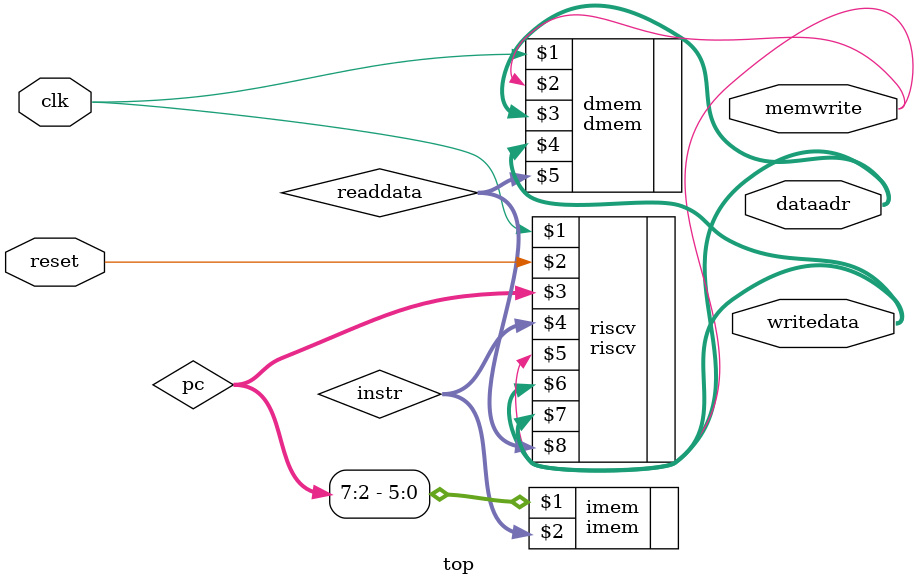
<source format=sv>
`timescale 1ns / 1ps

module top(
    input logic clk, reset,
    output logic [31:0] writedata, dataadr,
    output logic memwrite
    );
    
    logic [31:0] pc, instr, readdata;
    
    // instantiate processor and memories
    riscv riscv(clk, reset, pc, instr, memwrite, dataadr,
                writedata, readdata);
                
    imem imem(pc[7:2], instr);
    dmem dmem(clk, memwrite, dataadr, writedata, readdata);
    
endmodule

</source>
